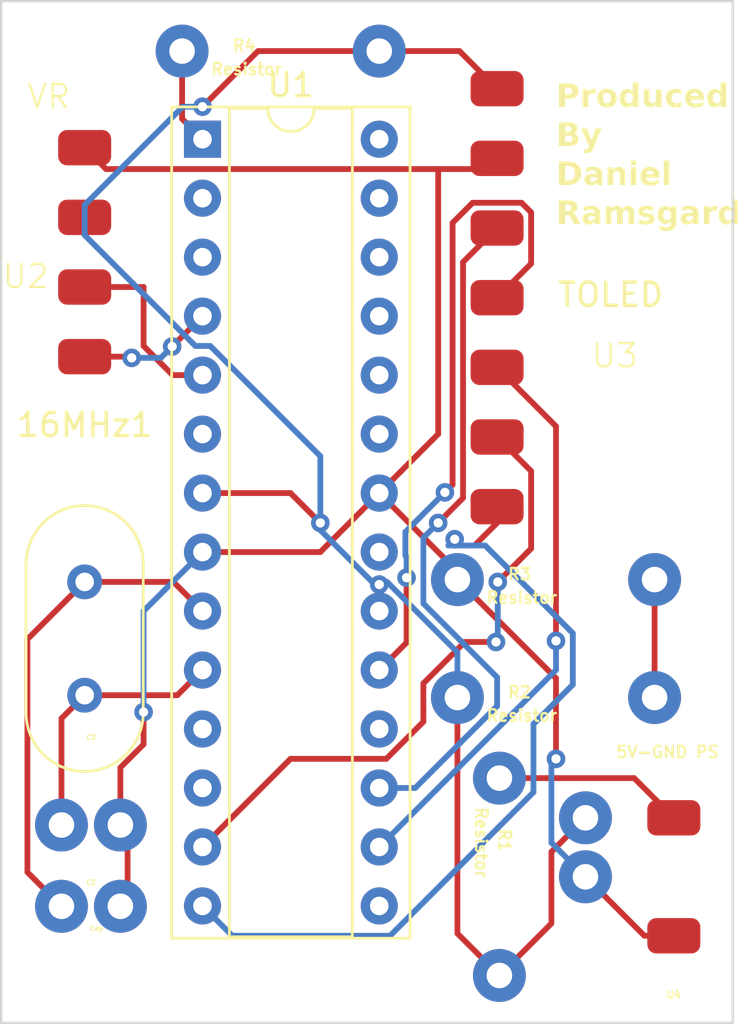
<source format=kicad_pcb>
(kicad_pcb (version 20221018) (generator pcbnew)
  (layers (0 "F.Cu" signal) (31 "B.Cu" signal) (34 "B.Paste" user) (35 "F.Paste" user) (36 "B.SilkS" user "B.Silkscreen") (37 "F.SilkS" user "F.Silkscreen") (38 "B.Mask" user) (39 "F.Mask" user) (44 "Edge.Cuts" user))
  (net 0 "")
  (net 1 "Net-(U1-~{RESET}{slash}PC6)")
  (net 4 "Net-(U1-PD2)")
  (net 5 "Net-(U1-PD3)")
  (net 7 "Earth")
  (net 8 "Net-(U1-XTAL1{slash}PB6)")
  (net 9 "Net-(U1-XTAL2{slash}PB7)")
  (net 12 "Net-(U1-PD7)")
  (net 14 "Net-(U1-PB2)")
  (net 15 "Net-(U1-PB3)")
  (net 17 "Net-(U1-PB5)")
  (net 25 "Net-(U4-VCC)")
  (net 26 "Net-(U1-PB0)")
  (net 27 "Net-(R2-Pad2)")
  (net 28 "Net-(U1-AVCC)")
  (footprint "Custom_FP_Lib:Through-Hole Resistor" (layer "F.Cu") (at 142.75 112.93)
    (fp_text reference "R3" (at 3 -1.5 unlocked) (layer "F.SilkS") (effects (font (size 0.5 0.5) (thickness 0.1))))
    (fp_text value "100R")
    (fp_text user "Resistor" (at 1.52 -0.2 unlocked) (layer "F.SilkS") (effects (font (size 0.5 0.5) (thickness 0.1)) (justify left bottom)))
    (pad "1" thru_hole custom (at 0.32 -1.27) (size 2.286 2.286) (drill 1.1) (layers "*.Cu" "*.Mask") (net 7 "Earth") (options (clearance outline) (anchor circle)) (primitives))
    (pad "2" thru_hole custom (at 8.82 -1.27) (size 2.286 2.286) (drill 1.1) (layers "*.Cu" "*.Mask") (net 27 "Net-(R2-Pad2)") (options (clearance outline) (anchor circle)) (primitives))
  )
  (footprint "Custom_FP_Lib:Through-Hole Cap" (layer "F.Cu") (at 147.32 121.92 -90)
    (fp_text reference "C1" hide)
    (fp_text value "10µF")
    (pad "1" thru_hole custom (at 0 -1.27 270) (size 2.286 2.286) (drill 1.1) (layers "*.Cu" "*.Mask") (net 28 "Net-(U1-AVCC)") (options (clearance outline) (anchor circle)) (primitives))
    (pad "2" thru_hole custom (at 2.54 -1.27 270) (size 2.286 2.286) (drill 1.1) (layers "*.Cu" "*.Mask") (net 7 "Earth") (options (clearance outline) (anchor circle)) (primitives))
  )
  (footprint "Crystal:Crystal_HC49-4H_Vertical" (layer "F.Cu") (at 127 116.64 90)
    (fp_text reference "16MHz1" (at 11.64 0 180) (layer "F.SilkS"))
    (fp_text value "Crystal")
    (fp_line (start -0.76 -2.525) (end 5.64 -2.525) (stroke (width 0.12)) (layer "F.SilkS"))
    (fp_line (start -0.76 2.525) (end 5.64 2.525) (stroke (width 0.12)) (layer "F.SilkS"))
    (fp_arc (start -0.76 2.525) (mid -3.285 0) (end -0.76 -2.525) (stroke (width 0.12)) (layer "F.SilkS"))
    (fp_arc (start 5.64 -2.525) (mid 8.165 0) (end 5.64 2.525) (stroke (width 0.12)) (layer "F.SilkS"))
    (pad "1" thru_hole circle (at 0 0 90) (size 1.5 1.5) (drill 0.8) (layers "*.Cu" "*.Mask") (net 9 "Net-(U1-XTAL2{slash}PB7)"))
    (pad "2" thru_hole circle (at 4.88 0 90) (size 1.5 1.5) (drill 0.8) (layers "*.Cu" "*.Mask") (net 8 "Net-(U1-XTAL1{slash}PB6)"))
  )
  (footprint "Custom_FP_Lib:Through-Hole Cap" (layer "F.Cu") (at 126 127)
    (fp_text reference "C2" (at 1.27 -2.3 unlocked) (layer "F.SilkS") (effects (font (size 0.2 0.2) (thickness 0.05))))
    (fp_text value "22pF")
    (fp_text user "Cap" (at 1.2 -0.2 unlocked) (layer "F.SilkS") (effects (font (size 0.2 0.2) (thickness 0.05) bold) (justify left bottom)))
    (pad "1" thru_hole custom (at 0 -1.27) (size 2.286 2.286) (drill 1.1) (layers "*.Cu" "*.Mask") (net 8 "Net-(U1-XTAL1{slash}PB6)") (options (clearance outline) (anchor circle)) (primitives))
    (pad "2" thru_hole custom (at 2.54 -1.27) (size 2.286 2.286) (drill 1.1) (layers "*.Cu" "*.Mask") (net 7 "Earth") (options (clearance outline) (anchor circle)) (primitives))
  )
  (footprint "Custom_FP_Lib:Through-Hole Cap" (layer "F.Cu") (at 126 123.5)
    (fp_text reference "C3" (at 1.27 -5.04 unlocked) (layer "F.SilkS") (effects (font (size 0.2 0.2) (thickness 0.05))))
    (fp_text value "22pF")
    (pad "1" thru_hole custom (at 0 -1.27) (size 2.286 2.286) (drill 1.1) (layers "*.Cu" "*.Mask") (net 9 "Net-(U1-XTAL2{slash}PB7)") (options (clearance outline) (anchor circle)) (primitives))
    (pad "2" thru_hole custom (at 2.54 -1.27) (size 2.286 2.286) (drill 1.1) (layers "*.Cu" "*.Mask") (net 7 "Earth") (options (clearance outline) (anchor circle)) (primitives))
  )
  (footprint "Custom_FP_Lib:Through-Hole Resistor" (layer "F.Cu") (at 142.75 118.01)
    (fp_text reference "R2" (at 3 -1.5 unlocked) (layer "F.SilkS") (effects (font (size 0.5 0.5) (thickness 0.1))))
    (fp_text value "10R")
    (fp_text user "Resistor" (at 1.52 -0.2 unlocked) (layer "F.SilkS") (effects (font (size 0.5 0.5) (thickness 0.1)) (justify left bottom)))
    (pad "1" thru_hole custom (at 0.32 -1.27) (size 2.286 2.286) (drill 1.1) (layers "*.Cu" "*.Mask") (net 28 "Net-(U1-AVCC)") (options (clearance outline) (anchor circle)) (primitives))
    (pad "2" thru_hole custom (at 8.82 -1.27) (size 2.286 2.286) (drill 1.1) (layers "*.Cu" "*.Mask") (net 27 "Net-(R2-Pad2)") (options (clearance outline) (anchor circle)) (primitives))
  )
  (footprint "Package_DIP:DIP-28_W7.62mm_Socket" (layer "F.Cu") (at 132.08 92.695)
    (fp_text reference "U1" (at 3.81 -2.33) (layer "F.SilkS"))
    (fp_text value "ATmega328-P")
    (fp_line (start -1.33 -1.39) (end -1.33 34.41) (stroke (width 0.12)) (layer "F.SilkS"))
    (fp_line (start -1.33 34.41) (end 8.95 34.41) (stroke (width 0.12)) (layer "F.SilkS"))
    (fp_line (start 1.16 -1.33) (end 1.16 34.35) (stroke (width 0.12)) (layer "F.SilkS"))
    (fp_line (start 1.16 34.35) (end 6.46 34.35) (stroke (width 0.12)) (layer "F.SilkS"))
    (fp_line (start 2.81 -1.33) (end 1.16 -1.33) (stroke (width 0.12)) (layer "F.SilkS"))
    (fp_line (start 6.46 -1.33) (end 4.81 -1.33) (stroke (width 0.12)) (layer "F.SilkS"))
    (fp_line (start 6.46 34.35) (end 6.46 -1.33) (stroke (width 0.12)) (layer "F.SilkS"))
    (fp_line (start 8.95 -1.39) (end -1.33 -1.39) (stroke (width 0.12)) (layer "F.SilkS"))
    (fp_line (start 8.95 34.41) (end 8.95 -1.39) (stroke (width 0.12)) (layer "F.SilkS"))
    (fp_arc (start 4.81 -1.33) (mid 3.81 -0.33) (end 2.81 -1.33) (stroke (width 0.12)) (layer "F.SilkS"))
    (pad "1" thru_hole rect (at 0 0) (size 1.6 1.6) (drill 0.8) (layers "*.Cu" "*.Mask") (net 1 "Net-(U1-~{RESET}{slash}PC6)"))
    (pad "2" thru_hole oval (at 0 2.54) (size 1.6 1.6) (drill 0.8) (layers "*.Cu" "*.Mask"))
    (pad "3" thru_hole oval (at 0 5.08) (size 1.6 1.6) (drill 0.8) (layers "*.Cu" "*.Mask"))
    (pad "4" thru_hole oval (at 0 7.62) (size 1.6 1.6) (drill 0.8) (layers "*.Cu" "*.Mask") (net 4 "Net-(U1-PD2)"))
    (pad "5" thru_hole oval (at 0 10.16) (size 1.6 1.6) (drill 0.8) (layers "*.Cu" "*.Mask") (net 5 "Net-(U1-PD3)"))
    (pad "6" thru_hole oval (at 0 12.7) (size 1.6 1.6) (drill 0.8) (layers "*.Cu" "*.Mask"))
    (pad "7" thru_hole oval (at 0 15.24) (size 1.6 1.6) (drill 0.8) (layers "*.Cu" "*.Mask") (net 28 "Net-(U1-AVCC)"))
    (pad "8" thru_hole oval (at 0 17.78) (size 1.6 1.6) (drill 0.8) (layers "*.Cu" "*.Mask") (net 7 "Earth"))
    (pad "9" thru_hole oval (at 0 20.32) (size 1.6 1.6) (drill 0.8) (layers "*.Cu" "*.Mask") (net 8 "Net-(U1-XTAL1{slash}PB6)"))
    (pad "10" thru_hole oval (at 0 22.86) (size 1.6 1.6) (drill 0.8) (layers "*.Cu" "*.Mask") (net 9 "Net-(U1-XTAL2{slash}PB7)"))
    (pad "11" thru_hole oval (at 0 25.4) (size 1.6 1.6) (drill 0.8) (layers "*.Cu" "*.Mask"))
    (pad "12" thru_hole oval (at 0 27.94) (size 1.6 1.6) (drill 0.8) (layers "*.Cu" "*.Mask"))
    (pad "13" thru_hole oval (at 0 30.48) (size 1.6 1.6) (drill 0.8) (layers "*.Cu" "*.Mask") (net 12 "Net-(U1-PD7)"))
    (pad "14" thru_hole oval (at 0 33.02) (size 1.6 1.6) (drill 0.8) (layers "*.Cu" "*.Mask") (net 26 "Net-(U1-PB0)"))
    (pad "15" thru_hole oval (at 7.62 33.02) (size 1.6 1.6) (drill 0.8) (layers "*.Cu" "*.Mask"))
    (pad "16" thru_hole oval (at 7.62 30.48) (size 1.6 1.6) (drill 0.8) (layers "*.Cu" "*.Mask") (net 14 "Net-(U1-PB2)"))
    (pad "17" thru_hole oval (at 7.62 27.94) (size 1.6 1.6) (drill 0.8) (layers "*.Cu" "*.Mask") (net 15 "Net-(U1-PB3)"))
    (pad "18" thru_hole oval (at 7.62 25.4) (size 1.6 1.6) (drill 0.8) (layers "*.Cu" "*.Mask"))
    (pad "19" thru_hole oval (at 7.62 22.86) (size 1.6 1.6) (drill 0.8) (layers "*.Cu" "*.Mask") (net 17 "Net-(U1-PB5)"))
    (pad "20" thru_hole oval (at 7.62 20.32) (size 1.6 1.6) (drill 0.8) (layers "*.Cu" "*.Mask") (net 28 "Net-(U1-AVCC)"))
    (pad "21" thru_hole oval (at 7.62 17.78) (size 1.6 1.6) (drill 0.8) (layers "*.Cu" "*.Mask"))
    (pad "22" thru_hole oval (at 7.62 15.24) (size 1.6 1.6) (drill 0.8) (layers "*.Cu" "*.Mask") (net 7 "Earth"))
    (pad "23" thru_hole oval (at 7.62 12.7) (size 1.6 1.6) (drill 0.8) (layers "*.Cu" "*.Mask"))
    (pad "24" thru_hole oval (at 7.62 10.16) (size 1.6 1.6) (drill 0.8) (layers "*.Cu" "*.Mask"))
    (pad "25" thru_hole oval (at 7.62 7.62) (size 1.6 1.6) (drill 0.8) (layers "*.Cu" "*.Mask"))
    (pad "26" thru_hole oval (at 7.62 5.08) (size 1.6 1.6) (drill 0.8) (layers "*.Cu" "*.Mask"))
    (pad "27" thru_hole oval (at 7.62 2.54) (size 1.6 1.6) (drill 0.8) (layers "*.Cu" "*.Mask"))
    (pad "28" thru_hole oval (at 7.62 0) (size 1.6 1.6) (drill 0.8) (layers "*.Cu" "*.Mask"))
  )
  (footprint "Custom_FP_Lib:Waveshared 1.51" (layer "F.Cu") (at 144.78 102.52)
    (fp_text reference "U3" (at 5.08 -0.5 unlocked) (layer "F.SilkS") (effects (font (thickness 0.1))))
    (fp_text value "~")
    (fp_text user "TOLED" (at 2.54 -2.54 unlocked) (layer "F.SilkS") (effects (justify left bottom)))
    (pad "1" smd roundrect (at 0 -12) (size 2.286 1.524) (layers "F.Cu" "F.Paste" "F.Mask") (net 28 "Net-(U1-AVCC)"))
    (pad "2" smd roundrect (at 0 -9) (size 2.286 1.524) (layers "F.Cu" "F.Paste" "F.Mask") (net 7 "Earth"))
    (pad "3" smd roundrect (at 0 -6) (size 2.286 1.524) (layers "F.Cu" "F.Paste" "F.Mask") (net 15 "Net-(U1-PB3)"))
    (pad "4" smd roundrect (at 0 -3) (size 2.286 1.524) (layers "F.Cu" "F.Paste" "F.Mask") (net 17 "Net-(U1-PB5)"))
    (pad "5" smd roundrect (at 0 0) (size 2.286 1.524) (layers "F.Cu" "F.Paste" "F.Mask") (net 14 "Net-(U1-PB2)"))
    (pad "6" smd roundrect (at 0 3) (size 2.286 1.524) (layers "F.Cu" "F.Paste" "F.Mask") (net 12 "Net-(U1-PD7)"))
    (pad "7" smd roundrect (at 0 6) (size 2.286 1.524) (layers "F.Cu" "F.Paste" "F.Mask") (net 26 "Net-(U1-PB0)"))
  )
  (footprint "Custom_FP_Lib:VR_Footprint" (layer "F.Cu") (at 127 99.06)
    (fp_text reference "U2" (at -2.54 -0.46 unlocked) (layer "F.SilkS") (effects (font (thickness 0.1))))
    (fp_text value "~")
    (fp_text user "VR" (at -2.54 -7.62 unlocked) (layer "F.SilkS") (effects (font (thickness 0.1)) (justify left bottom)))
    (pad "1" smd roundrect (at 0 -6) (size 2.286 1.524) (layers "F.Cu" "F.Paste" "F.Mask") (net 7 "Earth"))
    (pad "2" smd roundrect (at 0 -3) (size 2.286 1.524) (layers "F.Cu" "F.Paste" "F.Mask") (net 28 "Net-(U1-AVCC)"))
    (pad "3" smd roundrect (at 0 0) (size 2.286 1.524) (layers "F.Cu" "F.Paste" "F.Mask") (net 5 "Net-(U1-PD3)"))
    (pad "4" smd roundrect (at 0 3) (size 2.286 1.524) (layers "F.Cu" "F.Paste" "F.Mask") (net 4 "Net-(U1-PD2)"))
  )
  (footprint "Custom_FP_Lib:Through-Hole Resistor" (layer "F.Cu") (at 143.61 119.89 -90)
    (fp_text reference "R1" (at 3 -1.5 -90 unlocked) (layer "F.SilkS") (effects (font (size 0.5 0.5) (thickness 0.1))))
    (fp_text value "100R")
    (fp_text user "Resistor" (at 1.52 -0.2 -90 unlocked) (layer "F.SilkS") (effects (font (size 0.5 0.5) (thickness 0.1)) (justify left bottom)))
    (pad "1" thru_hole custom (at 0.32 -1.27 270) (size 2.286 2.286) (drill 1.1) (layers "*.Cu" "*.Mask") (net 25 "Net-(U4-VCC)") (options (clearance outline) (anchor circle)) (primitives))
    (pad "2" thru_hole custom (at 8.82 -1.27 270) (size 2.286 2.286) (drill 1.1) (layers "*.Cu" "*.Mask") (net 28 "Net-(U1-AVCC)") (options (clearance outline) (anchor circle)) (primitives))
  )
  (footprint "Custom_FP_Lib:Power-Source" (layer "F.Cu") (at 149.86 124.46)
    (fp_text reference "U4" (at 2.54 5.08 unlocked) (layer "F.SilkS") (effects (font (size 0.3 0.3) (thickness 0.075))))
    (fp_text value "~")
    (fp_text user "5V-GND PS" (at 0 -5.08 unlocked) (layer "F.SilkS") (effects (font (size 0.5 0.5) (thickness 0.1)) (justify left bottom)))
    (pad "1" smd roundrect (at 2.54 -2.54) (size 2.286 1.524) (layers "F.Cu" "F.Paste" "F.Mask") (net 25 "Net-(U4-VCC)"))
    (pad "2" smd roundrect (at 2.54 2.54) (size 2.286 1.524) (layers "F.Cu" "F.Paste" "F.Mask") (net 7 "Earth"))
  )
  (footprint "Custom_FP_Lib:Through-Hole Resistor" (layer "F.Cu") (at 130.88 90.17)
    (fp_text reference "R4" (at 3 -1.5 unlocked) (layer "F.SilkS") (effects (font (size 0.5 0.5) (thickness 0.1))))
    (fp_text value "10kR")
    (fp_text user "Resistor" (at 1.52 -0.2 unlocked) (layer "F.SilkS") (effects (font (size 0.5 0.5) (thickness 0.1)) (justify left bottom)))
    (pad "1" thru_hole custom (at 0.32 -1.27) (size 2.286 2.286) (drill 1.1) (layers "*.Cu" "*.Mask") (net 1 "Net-(U1-~{RESET}{slash}PC6)") (options (clearance outline) (anchor circle)) (primitives))
    (pad "2" thru_hole custom (at 8.82 -1.27) (size 2.286 2.286) (drill 1.1) (layers "*.Cu" "*.Mask") (net 28 "Net-(U1-AVCC)") (options (clearance outline) (anchor circle)) (primitives))
  )
  (gr_rect (start 123.4 86.75) (end 154.94 130.75) (stroke (width 0.1)) (fill none) (layer "Edge.Cuts"))
  (gr_text "Produced\nBy\nDaniel \nRamsgard" (at 147.32 96.52) (layer "F.SilkS") (effects (font (size 1 1) (thickness 0.25) bold) (justify left bottom)))
  (segment (start 131.2 88.9) (end 131.2 91.815) (width 0.25) (layer "F.Cu") (net 1))
  (segment (start 131.2 91.815) (end 132.08 92.695) (width 0.25) (layer "F.Cu") (net 1))
  (segment (start 132.08 100.315) (end 130.772205 101.622794) (width 0.25) (layer "F.Cu") (net 4))
  (segment (start 127 102.06) (end 128.9754 102.06) (width 0.25) (layer "F.Cu") (net 4))
  (segment (start 128.9754 102.06) (end 129.0277 102.1123) (width 0.25) (layer "F.Cu") (net 4))
  (via (at 129.0277 102.1123) (size 0.8) (drill 0.4) (layers "F.Cu" "B.Cu") (net 4))
  (via (at 130.772205 101.622794) (size 0.8) (drill 0.4) (layers "F.Cu" "B.Cu") (net 4))
  (segment (start 129.0277 102.1123) (end 130.2827 102.1123) (width 0.25) (layer "B.Cu") (net 4))
  (segment (start 130.2827 102.1123) (end 130.772205 101.622794) (width 0.25) (layer "B.Cu") (net 4))
  (segment (start 129.54 99.06) (end 129.54 101.6) (width 0.25) (layer "F.Cu") (net 5))
  (segment (start 130.795 102.855) (end 132.08 102.855) (width 0.25) (layer "F.Cu") (net 5))
  (segment (start 127 99.06) (end 129.54 99.06) (width 0.25) (layer "F.Cu") (net 5))
  (segment (start 129.54 101.6) (end 130.795 102.855) (width 0.25) (layer "F.Cu") (net 5))
  (segment (start 129.54 118.754009) (end 129.54 117.3645) (width 0.25) (layer "F.Cu") (net 7))
  (segment (start 147.32 115.91) (end 147.32 119.38) (width 0.25) (layer "F.Cu") (net 7))
  (segment (start 142.24 93.98) (end 144.32 93.98) (width 0.25) (layer "F.Cu") (net 7))
  (segment (start 127.92 93.98) (end 127 93.06) (width 0.25) (layer "F.Cu") (net 7))
  (segment (start 128.54 122.23) (end 128.54 119.754009) (width 0.25) (layer "F.Cu") (net 7))
  (segment (start 128.85 122.54) (end 128.54 122.23) (width 0.25) (layer "F.Cu") (net 7))
  (segment (start 152.4 127) (end 151.13 127) (width 0.25) (layer "F.Cu") (net 7))
  (segment (start 139.7 107.935) (end 142.24 105.395) (width 0.25) (layer "F.Cu") (net 7))
  (segment (start 144.32 93.98) (end 144.78 93.52) (width 0.25) (layer "F.Cu") (net 7))
  (segment (start 143.07 111.305) (end 143.07 111.66) (width 0.25) (layer "F.Cu") (net 7))
  (segment (start 151.13 127) (end 148.59 124.46) (width 0.25) (layer "F.Cu") (net 7))
  (segment (start 128.54 119.754009) (end 129.54 118.754009) (width 0.25) (layer "F.Cu") (net 7))
  (segment (start 143.07 111.66) (end 147.32 115.91) (width 0.25) (layer "F.Cu") (net 7))
  (segment (start 139.7 107.935) (end 143.07 111.305) (width 0.25) (layer "F.Cu") (net 7))
  (segment (start 128.54 125.73) (end 128.85 125.42) (width 0.25) (layer "F.Cu") (net 7))
  (segment (start 128.85 125.42) (end 128.85 122.54) (width 0.25) (layer "F.Cu") (net 7))
  (segment (start 137.16 110.475) (end 139.7 107.935) (width 0.25) (layer "F.Cu") (net 7))
  (segment (start 142.24 93.98) (end 127.92 93.98) (width 0.25) (layer "F.Cu") (net 7))
  (segment (start 132.08 110.475) (end 137.16 110.475) (width 0.25) (layer "F.Cu") (net 7))
  (segment (start 142.24 105.395) (end 142.24 93.98) (width 0.25) (layer "F.Cu") (net 7))
  (via (at 147.32 119.38) (size 0.8) (drill 0.4) (layers "F.Cu" "B.Cu") (net 7))
  (via (at 129.54 117.3645) (size 0.8) (drill 0.4) (layers "F.Cu" "B.Cu") (net 7))
  (segment (start 129.54 113.015) (end 132.08 110.475) (width 0.25) (layer "B.Cu") (net 7))
  (segment (start 147.32 119.38) (end 147.122 119.578) (width 0.25) (layer "B.Cu") (net 7))
  (segment (start 129.54 117.3645) (end 129.54 113.015) (width 0.25) (layer "B.Cu") (net 7))
  (segment (start 147.122 119.578) (end 147.122 122.992) (width 0.25) (layer "B.Cu") (net 7))
  (segment (start 147.122 122.992) (end 148.59 124.46) (width 0.25) (layer "B.Cu") (net 7))
  (segment (start 124.532 114.228) (end 127 111.76) (width 0.25) (layer "F.Cu") (net 8))
  (segment (start 124.532 124.262) (end 124.532 114.228) (width 0.25) (layer "F.Cu") (net 8))
  (segment (start 127 111.76) (end 130.825 111.76) (width 0.25) (layer "F.Cu") (net 8))
  (segment (start 126 125.73) (end 124.532 124.262) (width 0.25) (layer "F.Cu") (net 8))
  (segment (start 130.825 111.76) (end 132.08 113.015) (width 0.25) (layer "F.Cu") (net 8))
  (segment (start 126 117.64) (end 127 116.64) (width 0.25) (layer "F.Cu") (net 9))
  (segment (start 127 116.64) (end 130.995 116.64) (width 0.25) (layer "F.Cu") (net 9))
  (segment (start 126 122.23) (end 126 117.64) (width 0.25) (layer "F.Cu") (net 9))
  (segment (start 130.995 116.64) (end 132.08 115.555) (width 0.25) (layer "F.Cu") (net 9))
  (segment (start 141.602 116.131934) (end 141.602 117.783991) (width 0.25) (layer "F.Cu") (net 12))
  (segment (start 143.386635 114.347299) (end 141.602 116.131934) (width 0.25) (layer "F.Cu") (net 12))
  (segment (start 140.005991 119.38) (end 135.875 119.38) (width 0.25) (layer "F.Cu") (net 12))
  (segment (start 146.248 106.988) (end 146.248 110.323258) (width 0.25) (layer "F.Cu") (net 12))
  (segment (start 146.248 110.323258) (end 144.809531 111.761727) (width 0.25) (layer "F.Cu") (net 12))
  (segment (start 141.602 117.783991) (end 140.005991 119.38) (width 0.25) (layer "F.Cu") (net 12))
  (segment (start 144.78 105.52) (end 146.248 106.988) (width 0.25) (layer "F.Cu") (net 12))
  (segment (start 144.732701 114.347299) (end 143.386635 114.347299) (width 0.25) (layer "F.Cu") (net 12))
  (segment (start 135.875 119.38) (end 132.08 123.175) (width 0.25) (layer "F.Cu") (net 12))
  (via (at 144.809531 111.761727) (size 0.8) (drill 0.4) (layers "F.Cu" "B.Cu") (net 12))
  (via (at 144.732701 114.347299) (size 0.8) (drill 0.4) (layers "F.Cu" "B.Cu") (net 12))
  (segment (start 144.809531 114.270469) (end 144.732701 114.347299) (width 0.25) (layer "B.Cu") (net 12))
  (segment (start 144.809531 111.761727) (end 144.809531 114.270469) (width 0.25) (layer "B.Cu") (net 12))
  (segment (start 147.32 105.06) (end 147.32 114.3) (width 0.25) (layer "F.Cu") (net 14))
  (segment (start 144.78 102.52) (end 147.32 105.06) (width 0.25) (layer "F.Cu") (net 14))
  (via (at 147.32 114.3) (size 0.8) (drill 0.4) (layers "F.Cu" "B.Cu") (net 14))
  (segment (start 147.32 114.3) (end 147.32 115.555) (width 0.25) (layer "B.Cu") (net 14))
  (segment (start 147.32 115.555) (end 139.7 123.175) (width 0.25) (layer "B.Cu") (net 14))
  (segment (start 143.312 108.148) (end 142.24 109.22) (width 0.25) (layer "F.Cu") (net 15))
  (segment (start 144.78 96.52) (end 143.312 97.988) (width 0.25) (layer "F.Cu") (net 15))
  (segment (start 143.312 97.988) (end 143.312 108.148) (width 0.25) (layer "F.Cu") (net 15))
  (via (at 142.24 109.22) (size 0.8) (drill 0.4) (layers "F.Cu" "B.Cu") (net 15))
  (segment (start 144.78 115.867613) (end 144.78 117.106066) (width 0.25) (layer "B.Cu") (net 15))
  (segment (start 144.78 117.106066) (end 141.251066 120.635) (width 0.25) (layer "B.Cu") (net 15))
  (segment (start 142.24 109.22) (end 141.602 109.858) (width 0.25) (layer "B.Cu") (net 15))
  (segment (start 141.251066 120.635) (end 139.7 120.635) (width 0.25) (layer "B.Cu") (net 15))
  (segment (start 141.602 109.858) (end 141.602 112.689613) (width 0.25) (layer "B.Cu") (net 15))
  (segment (start 141.602 112.689613) (end 144.78 115.867613) (width 0.25) (layer "B.Cu") (net 15))
  (segment (start 144.78 99.52) (end 146.248 98.052) (width 0.25) (layer "F.Cu") (net 17))
  (segment (start 140.8775 114.3775) (end 139.7 115.555) (width 0.25) (layer "F.Cu") (net 17))
  (segment (start 140.8775 111.577561) (end 140.8775 114.3775) (width 0.25) (layer "F.Cu") (net 17))
  (segment (start 146.248 95.846565) (end 145.834435 95.433) (width 0.25) (layer "F.Cu") (net 17))
  (segment (start 145.834435 95.433) (end 143.725565 95.433) (width 0.25) (layer "F.Cu") (net 17))
  (segment (start 143.725565 95.433) (end 142.862 96.296565) (width 0.25) (layer "F.Cu") (net 17))
  (segment (start 142.862 96.296565) (end 142.862 107.573402) (width 0.25) (layer "F.Cu") (net 17))
  (segment (start 142.862 107.573402) (end 142.530649 107.904753) (width 0.25) (layer "F.Cu") (net 17))
  (segment (start 146.248 98.052) (end 146.248 95.846565) (width 0.25) (layer "F.Cu") (net 17))
  (via (at 142.530649 107.904753) (size 0.8) (drill 0.4) (layers "F.Cu" "B.Cu") (net 17))
  (via (at 140.8775 111.577561) (size 0.8) (drill 0.4) (layers "F.Cu" "B.Cu") (net 17))
  (segment (start 140.8775 110.6875) (end 140.8775 111.577561) (width 0.25) (layer "B.Cu") (net 17))
  (segment (start 142.530649 107.904753) (end 140.825 109.610402) (width 0.25) (layer "B.Cu") (net 17))
  (segment (start 140.825 110.635) (end 140.8775 110.6875) (width 0.25) (layer "B.Cu") (net 17))
  (segment (start 140.825 109.610402) (end 140.825 110.635) (width 0.25) (layer "B.Cu") (net 17))
  (segment (start 150.69 120.21) (end 144.88 120.21) (width 0.25) (layer "F.Cu") (net 25))
  (segment (start 152.4 121.92) (end 150.69 120.21) (width 0.25) (layer "F.Cu") (net 25))
  (segment (start 143.221417 110.192) (end 142.951448 109.922031) (width 0.25) (layer "F.Cu") (net 26))
  (segment (start 144.78 109.22) (end 143.808 110.192) (width 0.25) (layer "F.Cu") (net 26))
  (segment (start 143.808 110.192) (end 143.221417 110.192) (width 0.25) (layer "F.Cu") (net 26))
  (segment (start 144.78 108.52) (end 144.78 109.22) (width 0.25) (layer "F.Cu") (net 26))
  (via (at 142.951448 109.922031) (size 0.8) (drill 0.4) (layers "F.Cu" "B.Cu") (net 26))
  (segment (start 146.348 120.818066) (end 140.166066 127) (width 0.25) (layer "B.Cu") (net 26))
  (segment (start 144.265109 110.192) (end 148.045 113.971891) (width 0.25) (layer "B.Cu") (net 26))
  (segment (start 146.348 117.882066) (end 146.348 120.818066) (width 0.25) (layer "B.Cu") (net 26))
  (segment (start 142.951448 109.922031) (end 142.681479 110.192) (width 0.25) (layer "B.Cu") (net 26))
  (segment (start 148.045 116.185066) (end 146.348 117.882066) (width 0.25) (layer "B.Cu") (net 26))
  (segment (start 142.681479 110.192) (end 144.265109 110.192) (width 0.25) (layer "B.Cu") (net 26))
  (segment (start 148.045 113.971891) (end 148.045 116.185066) (width 0.25) (layer "B.Cu") (net 26))
  (segment (start 133.365 127) (end 132.08 125.715) (width 0.25) (layer "B.Cu") (net 26))
  (segment (start 140.166066 127) (end 133.365 127) (width 0.25) (layer "B.Cu") (net 26))
  (segment (start 151.57 116.74) (end 151.57 111.66) (width 0.25) (layer "F.Cu") (net 27))
  (segment (start 148.59 121.92) (end 147.122 123.388) (width 0.25) (layer "F.Cu") (net 28))
  (segment (start 139.7 88.9) (end 143.16 88.9) (width 0.25) (layer "F.Cu") (net 28))
  (segment (start 139.7 113.015) (end 139.7 111.874503) (width 0.25) (layer "F.Cu") (net 28))
  (segment (start 147.122 126.468) (end 144.88 128.71) (width 0.25) (layer "F.Cu") (net 28))
  (segment (start 143.07 126.9) (end 143.07 116.74) (width 0.25) (layer "F.Cu") (net 28))
  (segment (start 147.122 123.388) (end 147.122 126.468) (width 0.25) (layer "F.Cu") (net 28))
  (segment (start 144.88 128.71) (end 143.07 126.9) (width 0.25) (layer "F.Cu") (net 28))
  (segment (start 132.08 107.935) (end 135.875 107.935) (width 0.25) (layer "F.Cu") (net 28))
  (segment (start 143.16 88.9) (end 144.78 90.52) (width 0.25) (layer "F.Cu") (net 28))
  (segment (start 134.475498 88.9) (end 132.08 91.295498) (width 0.25) (layer "F.Cu") (net 28))
  (segment (start 139.7 88.9) (end 134.475498 88.9) (width 0.25) (layer "F.Cu") (net 28))
  (segment (start 135.875 107.935) (end 137.16 109.22) (width 0.25) (layer "F.Cu") (net 28))
  (via (at 139.7 111.874503) (size 0.8) (drill 0.4) (layers "F.Cu" "B.Cu") (net 28))
  (via (at 137.16 109.22) (size 0.8) (drill 0.4) (layers "F.Cu" "B.Cu") (net 28))
  (via (at 132.08 91.295498) (size 0.8) (drill 0.4) (layers "F.Cu" "B.Cu") (net 28))
  (segment (start 131.229502 91.295498) (end 127 95.525) (width 0.25) (layer "B.Cu") (net 28))
  (segment (start 139.7 111.874503) (end 139.7 111.76) (width 0.25) (layer "B.Cu") (net 28))
  (segment (start 132.08 91.295498) (end 131.229502 91.295498) (width 0.25) (layer "B.Cu") (net 28))
  (segment (start 139.921488 111.874503) (end 140.035991 111.76) (width 0.25) (layer "B.Cu") (net 28))
  (segment (start 140.035991 111.76) (end 143.07 114.794009) (width 0.25) (layer "B.Cu") (net 28))
  (segment (start 143.07 114.794009) (end 143.07 116.74) (width 0.25) (layer "B.Cu") (net 28))
  (segment (start 127 96.825991) (end 131.774009 101.6) (width 0.25) (layer "B.Cu") (net 28))
  (segment (start 139.394009 111.76) (end 140.035991 111.76) (width 0.25) (layer "B.Cu") (net 28))
  (segment (start 139.7 111.874503) (end 139.921488 111.874503) (width 0.25) (layer "B.Cu") (net 28))
  (segment (start 132.415991 101.6) (end 137.16 106.344009) (width 0.25) (layer "B.Cu") (net 28))
  (segment (start 137.16 109.525991) (end 139.394009 111.76) (width 0.25) (layer "B.Cu") (net 28))
  (segment (start 127 95.525) (end 127 96.825991) (width 0.25) (layer "B.Cu") (net 28))
  (segment (start 137.16 106.344009) (end 137.16 109.525991) (width 0.25) (layer "B.Cu") (net 28))
  (segment (start 131.774009 101.6) (end 132.415991 101.6) (width 0.25) (layer "B.Cu") (net 28))
)
</source>
